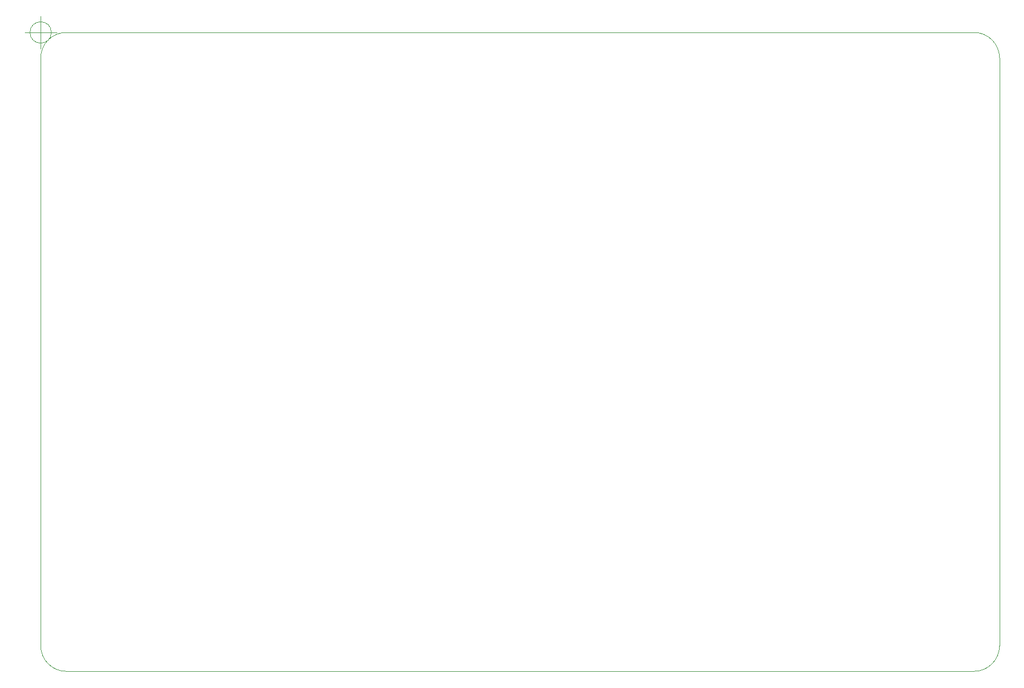
<source format=gm1>
G04 #@! TF.GenerationSoftware,KiCad,Pcbnew,5.1.10*
G04 #@! TF.CreationDate,2021-10-17T19:13:25-03:00*
G04 #@! TF.ProjectId,tesis,74657369-732e-46b6-9963-61645f706362,v1.0*
G04 #@! TF.SameCoordinates,Original*
G04 #@! TF.FileFunction,Profile,NP*
%FSLAX46Y46*%
G04 Gerber Fmt 4.6, Leading zero omitted, Abs format (unit mm)*
G04 Created by KiCad (PCBNEW 5.1.10) date 2021-10-17 19:13:25*
%MOMM*%
%LPD*%
G01*
G04 APERTURE LIST*
G04 #@! TA.AperFunction,Profile*
%ADD10C,0.100000*%
G04 #@! TD*
G04 APERTURE END LIST*
D10*
X61286666Y-42680000D02*
G75*
G03*
X61286666Y-42680000I-1666666J0D01*
G01*
X57120000Y-42680000D02*
X62120000Y-42680000D01*
X59620000Y-40180000D02*
X59620000Y-45180000D01*
X205620000Y-42680000D02*
G75*
G02*
X209620000Y-46680000I0J-4000000D01*
G01*
X209620000Y-138680000D02*
G75*
G02*
X205620000Y-142680000I-4000000J0D01*
G01*
X59620000Y-46680000D02*
G75*
G02*
X63620000Y-42680000I4000000J0D01*
G01*
X63620000Y-142680000D02*
G75*
G02*
X59620000Y-138680000I0J4000000D01*
G01*
X59620000Y-46680000D02*
X59620000Y-138680000D01*
X205620000Y-42680000D02*
X63620000Y-42680000D01*
X209620000Y-138680000D02*
X209620000Y-46680000D01*
X63620000Y-142680000D02*
X205620000Y-142680000D01*
M02*

</source>
